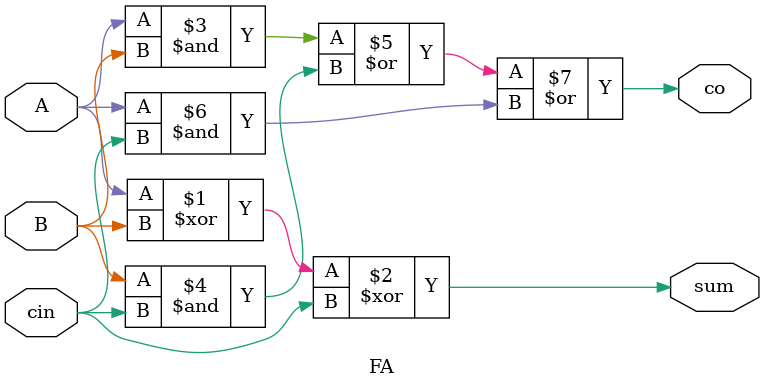
<source format=v>
`timescale 1ns / 1ps
module FA(
		input A,
		input B,
		input cin,
		output sum,
		output co
    );
					 
	assign sum = A^B^cin;
	assign co = A&B | B&cin | A&cin;

endmodule

</source>
